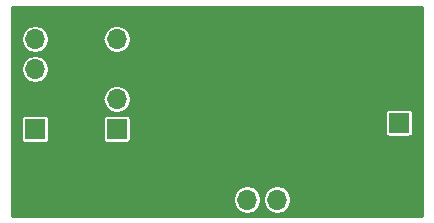
<source format=gbr>
G04 #@! TF.FileFunction,Copper,L2,Bot,Signal*
%FSLAX46Y46*%
G04 Gerber Fmt 4.6, Leading zero omitted, Abs format (unit mm)*
G04 Created by KiCad (PCBNEW 4.0.7-e2-6376~60~ubuntu17.10.1) date Wed Nov 22 12:07:43 2017*
%MOMM*%
%LPD*%
G01*
G04 APERTURE LIST*
%ADD10C,0.100000*%
%ADD11R,1.700000X1.700000*%
%ADD12O,1.700000X1.700000*%
%ADD13C,0.600000*%
%ADD14C,0.254000*%
G04 APERTURE END LIST*
D10*
D11*
X128600000Y-113260000D03*
D12*
X128600000Y-115800000D03*
D11*
X104700000Y-113780000D03*
D12*
X104700000Y-111240000D03*
X104700000Y-108700000D03*
X104700000Y-106160000D03*
D11*
X113215163Y-119768751D03*
D12*
X115755163Y-119768751D03*
X118295163Y-119768751D03*
D11*
X97785464Y-113784414D03*
D12*
X97785464Y-111244414D03*
X97785464Y-108704414D03*
X97785464Y-106164414D03*
D13*
X108500000Y-116900000D03*
X119900000Y-105200000D03*
X114350000Y-111200000D03*
X129100000Y-105250000D03*
X123550000Y-111200000D03*
X111600000Y-113890000D03*
X107800000Y-109990000D03*
X107800000Y-105190000D03*
X102035464Y-108704414D03*
X102035464Y-113800000D03*
D14*
G36*
X130573000Y-121173000D02*
X95827000Y-121173000D01*
X95827000Y-119745692D01*
X114578163Y-119745692D01*
X114578163Y-119791810D01*
X114667757Y-120242228D01*
X114922898Y-120624075D01*
X115304745Y-120879216D01*
X115755163Y-120968810D01*
X116205581Y-120879216D01*
X116587428Y-120624075D01*
X116842569Y-120242228D01*
X116932163Y-119791810D01*
X116932163Y-119745692D01*
X117118163Y-119745692D01*
X117118163Y-119791810D01*
X117207757Y-120242228D01*
X117462898Y-120624075D01*
X117844745Y-120879216D01*
X118295163Y-120968810D01*
X118745581Y-120879216D01*
X119127428Y-120624075D01*
X119382569Y-120242228D01*
X119472163Y-119791810D01*
X119472163Y-119745692D01*
X119382569Y-119295274D01*
X119127428Y-118913427D01*
X118745581Y-118658286D01*
X118295163Y-118568692D01*
X117844745Y-118658286D01*
X117462898Y-118913427D01*
X117207757Y-119295274D01*
X117118163Y-119745692D01*
X116932163Y-119745692D01*
X116842569Y-119295274D01*
X116587428Y-118913427D01*
X116205581Y-118658286D01*
X115755163Y-118568692D01*
X115304745Y-118658286D01*
X114922898Y-118913427D01*
X114667757Y-119295274D01*
X114578163Y-119745692D01*
X95827000Y-119745692D01*
X95827000Y-112934414D01*
X96602058Y-112934414D01*
X96602058Y-114634414D01*
X96624859Y-114755593D01*
X96696476Y-114866888D01*
X96805750Y-114941552D01*
X96935464Y-114967820D01*
X98635464Y-114967820D01*
X98756643Y-114945019D01*
X98867938Y-114873402D01*
X98942602Y-114764128D01*
X98968870Y-114634414D01*
X98968870Y-112934414D01*
X98968040Y-112930000D01*
X103516594Y-112930000D01*
X103516594Y-114630000D01*
X103539395Y-114751179D01*
X103611012Y-114862474D01*
X103720286Y-114937138D01*
X103850000Y-114963406D01*
X105550000Y-114963406D01*
X105671179Y-114940605D01*
X105782474Y-114868988D01*
X105857138Y-114759714D01*
X105883406Y-114630000D01*
X105883406Y-112930000D01*
X105860605Y-112808821D01*
X105788988Y-112697526D01*
X105679714Y-112622862D01*
X105550000Y-112596594D01*
X103850000Y-112596594D01*
X103728821Y-112619395D01*
X103617526Y-112691012D01*
X103542862Y-112800286D01*
X103516594Y-112930000D01*
X98968040Y-112930000D01*
X98946069Y-112813235D01*
X98874452Y-112701940D01*
X98765178Y-112627276D01*
X98635464Y-112601008D01*
X96935464Y-112601008D01*
X96814285Y-112623809D01*
X96702990Y-112695426D01*
X96628326Y-112804700D01*
X96602058Y-112934414D01*
X95827000Y-112934414D01*
X95827000Y-111240000D01*
X103499941Y-111240000D01*
X103589535Y-111690418D01*
X103844676Y-112072265D01*
X104226523Y-112327406D01*
X104676941Y-112417000D01*
X104723059Y-112417000D01*
X104758250Y-112410000D01*
X127416594Y-112410000D01*
X127416594Y-114110000D01*
X127439395Y-114231179D01*
X127511012Y-114342474D01*
X127620286Y-114417138D01*
X127750000Y-114443406D01*
X129450000Y-114443406D01*
X129571179Y-114420605D01*
X129682474Y-114348988D01*
X129757138Y-114239714D01*
X129783406Y-114110000D01*
X129783406Y-112410000D01*
X129760605Y-112288821D01*
X129688988Y-112177526D01*
X129579714Y-112102862D01*
X129450000Y-112076594D01*
X127750000Y-112076594D01*
X127628821Y-112099395D01*
X127517526Y-112171012D01*
X127442862Y-112280286D01*
X127416594Y-112410000D01*
X104758250Y-112410000D01*
X105173477Y-112327406D01*
X105555324Y-112072265D01*
X105810465Y-111690418D01*
X105900059Y-111240000D01*
X105810465Y-110789582D01*
X105555324Y-110407735D01*
X105173477Y-110152594D01*
X104723059Y-110063000D01*
X104676941Y-110063000D01*
X104226523Y-110152594D01*
X103844676Y-110407735D01*
X103589535Y-110789582D01*
X103499941Y-111240000D01*
X95827000Y-111240000D01*
X95827000Y-108704414D01*
X96585405Y-108704414D01*
X96674999Y-109154832D01*
X96930140Y-109536679D01*
X97311987Y-109791820D01*
X97762405Y-109881414D01*
X97808523Y-109881414D01*
X98258941Y-109791820D01*
X98640788Y-109536679D01*
X98895929Y-109154832D01*
X98985523Y-108704414D01*
X98895929Y-108253996D01*
X98640788Y-107872149D01*
X98258941Y-107617008D01*
X97808523Y-107527414D01*
X97762405Y-107527414D01*
X97311987Y-107617008D01*
X96930140Y-107872149D01*
X96674999Y-108253996D01*
X96585405Y-108704414D01*
X95827000Y-108704414D01*
X95827000Y-106164414D01*
X96585405Y-106164414D01*
X96674999Y-106614832D01*
X96930140Y-106996679D01*
X97311987Y-107251820D01*
X97762405Y-107341414D01*
X97808523Y-107341414D01*
X98258941Y-107251820D01*
X98640788Y-106996679D01*
X98895929Y-106614832D01*
X98985523Y-106164414D01*
X98984645Y-106160000D01*
X103499941Y-106160000D01*
X103589535Y-106610418D01*
X103844676Y-106992265D01*
X104226523Y-107247406D01*
X104676941Y-107337000D01*
X104723059Y-107337000D01*
X105173477Y-107247406D01*
X105555324Y-106992265D01*
X105810465Y-106610418D01*
X105900059Y-106160000D01*
X105810465Y-105709582D01*
X105555324Y-105327735D01*
X105173477Y-105072594D01*
X104723059Y-104983000D01*
X104676941Y-104983000D01*
X104226523Y-105072594D01*
X103844676Y-105327735D01*
X103589535Y-105709582D01*
X103499941Y-106160000D01*
X98984645Y-106160000D01*
X98895929Y-105713996D01*
X98640788Y-105332149D01*
X98258941Y-105077008D01*
X97808523Y-104987414D01*
X97762405Y-104987414D01*
X97311987Y-105077008D01*
X96930140Y-105332149D01*
X96674999Y-105713996D01*
X96585405Y-106164414D01*
X95827000Y-106164414D01*
X95827000Y-103427000D01*
X130573000Y-103427000D01*
X130573000Y-121173000D01*
X130573000Y-121173000D01*
G37*
X130573000Y-121173000D02*
X95827000Y-121173000D01*
X95827000Y-119745692D01*
X114578163Y-119745692D01*
X114578163Y-119791810D01*
X114667757Y-120242228D01*
X114922898Y-120624075D01*
X115304745Y-120879216D01*
X115755163Y-120968810D01*
X116205581Y-120879216D01*
X116587428Y-120624075D01*
X116842569Y-120242228D01*
X116932163Y-119791810D01*
X116932163Y-119745692D01*
X117118163Y-119745692D01*
X117118163Y-119791810D01*
X117207757Y-120242228D01*
X117462898Y-120624075D01*
X117844745Y-120879216D01*
X118295163Y-120968810D01*
X118745581Y-120879216D01*
X119127428Y-120624075D01*
X119382569Y-120242228D01*
X119472163Y-119791810D01*
X119472163Y-119745692D01*
X119382569Y-119295274D01*
X119127428Y-118913427D01*
X118745581Y-118658286D01*
X118295163Y-118568692D01*
X117844745Y-118658286D01*
X117462898Y-118913427D01*
X117207757Y-119295274D01*
X117118163Y-119745692D01*
X116932163Y-119745692D01*
X116842569Y-119295274D01*
X116587428Y-118913427D01*
X116205581Y-118658286D01*
X115755163Y-118568692D01*
X115304745Y-118658286D01*
X114922898Y-118913427D01*
X114667757Y-119295274D01*
X114578163Y-119745692D01*
X95827000Y-119745692D01*
X95827000Y-112934414D01*
X96602058Y-112934414D01*
X96602058Y-114634414D01*
X96624859Y-114755593D01*
X96696476Y-114866888D01*
X96805750Y-114941552D01*
X96935464Y-114967820D01*
X98635464Y-114967820D01*
X98756643Y-114945019D01*
X98867938Y-114873402D01*
X98942602Y-114764128D01*
X98968870Y-114634414D01*
X98968870Y-112934414D01*
X98968040Y-112930000D01*
X103516594Y-112930000D01*
X103516594Y-114630000D01*
X103539395Y-114751179D01*
X103611012Y-114862474D01*
X103720286Y-114937138D01*
X103850000Y-114963406D01*
X105550000Y-114963406D01*
X105671179Y-114940605D01*
X105782474Y-114868988D01*
X105857138Y-114759714D01*
X105883406Y-114630000D01*
X105883406Y-112930000D01*
X105860605Y-112808821D01*
X105788988Y-112697526D01*
X105679714Y-112622862D01*
X105550000Y-112596594D01*
X103850000Y-112596594D01*
X103728821Y-112619395D01*
X103617526Y-112691012D01*
X103542862Y-112800286D01*
X103516594Y-112930000D01*
X98968040Y-112930000D01*
X98946069Y-112813235D01*
X98874452Y-112701940D01*
X98765178Y-112627276D01*
X98635464Y-112601008D01*
X96935464Y-112601008D01*
X96814285Y-112623809D01*
X96702990Y-112695426D01*
X96628326Y-112804700D01*
X96602058Y-112934414D01*
X95827000Y-112934414D01*
X95827000Y-111240000D01*
X103499941Y-111240000D01*
X103589535Y-111690418D01*
X103844676Y-112072265D01*
X104226523Y-112327406D01*
X104676941Y-112417000D01*
X104723059Y-112417000D01*
X104758250Y-112410000D01*
X127416594Y-112410000D01*
X127416594Y-114110000D01*
X127439395Y-114231179D01*
X127511012Y-114342474D01*
X127620286Y-114417138D01*
X127750000Y-114443406D01*
X129450000Y-114443406D01*
X129571179Y-114420605D01*
X129682474Y-114348988D01*
X129757138Y-114239714D01*
X129783406Y-114110000D01*
X129783406Y-112410000D01*
X129760605Y-112288821D01*
X129688988Y-112177526D01*
X129579714Y-112102862D01*
X129450000Y-112076594D01*
X127750000Y-112076594D01*
X127628821Y-112099395D01*
X127517526Y-112171012D01*
X127442862Y-112280286D01*
X127416594Y-112410000D01*
X104758250Y-112410000D01*
X105173477Y-112327406D01*
X105555324Y-112072265D01*
X105810465Y-111690418D01*
X105900059Y-111240000D01*
X105810465Y-110789582D01*
X105555324Y-110407735D01*
X105173477Y-110152594D01*
X104723059Y-110063000D01*
X104676941Y-110063000D01*
X104226523Y-110152594D01*
X103844676Y-110407735D01*
X103589535Y-110789582D01*
X103499941Y-111240000D01*
X95827000Y-111240000D01*
X95827000Y-108704414D01*
X96585405Y-108704414D01*
X96674999Y-109154832D01*
X96930140Y-109536679D01*
X97311987Y-109791820D01*
X97762405Y-109881414D01*
X97808523Y-109881414D01*
X98258941Y-109791820D01*
X98640788Y-109536679D01*
X98895929Y-109154832D01*
X98985523Y-108704414D01*
X98895929Y-108253996D01*
X98640788Y-107872149D01*
X98258941Y-107617008D01*
X97808523Y-107527414D01*
X97762405Y-107527414D01*
X97311987Y-107617008D01*
X96930140Y-107872149D01*
X96674999Y-108253996D01*
X96585405Y-108704414D01*
X95827000Y-108704414D01*
X95827000Y-106164414D01*
X96585405Y-106164414D01*
X96674999Y-106614832D01*
X96930140Y-106996679D01*
X97311987Y-107251820D01*
X97762405Y-107341414D01*
X97808523Y-107341414D01*
X98258941Y-107251820D01*
X98640788Y-106996679D01*
X98895929Y-106614832D01*
X98985523Y-106164414D01*
X98984645Y-106160000D01*
X103499941Y-106160000D01*
X103589535Y-106610418D01*
X103844676Y-106992265D01*
X104226523Y-107247406D01*
X104676941Y-107337000D01*
X104723059Y-107337000D01*
X105173477Y-107247406D01*
X105555324Y-106992265D01*
X105810465Y-106610418D01*
X105900059Y-106160000D01*
X105810465Y-105709582D01*
X105555324Y-105327735D01*
X105173477Y-105072594D01*
X104723059Y-104983000D01*
X104676941Y-104983000D01*
X104226523Y-105072594D01*
X103844676Y-105327735D01*
X103589535Y-105709582D01*
X103499941Y-106160000D01*
X98984645Y-106160000D01*
X98895929Y-105713996D01*
X98640788Y-105332149D01*
X98258941Y-105077008D01*
X97808523Y-104987414D01*
X97762405Y-104987414D01*
X97311987Y-105077008D01*
X96930140Y-105332149D01*
X96674999Y-105713996D01*
X96585405Y-106164414D01*
X95827000Y-106164414D01*
X95827000Y-103427000D01*
X130573000Y-103427000D01*
X130573000Y-121173000D01*
M02*

</source>
